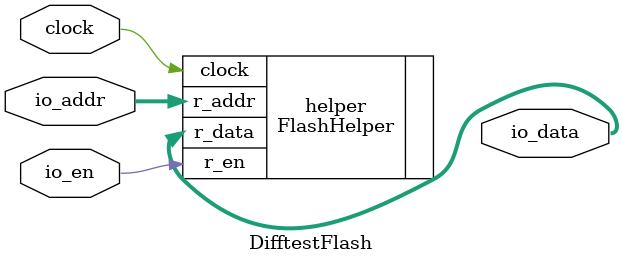
<source format=sv>
`ifndef RANDOMIZE
  `ifdef RANDOMIZE_MEM_INIT
    `define RANDOMIZE
  `endif // RANDOMIZE_MEM_INIT
`endif // not def RANDOMIZE
`ifndef RANDOMIZE
  `ifdef RANDOMIZE_REG_INIT
    `define RANDOMIZE
  `endif // RANDOMIZE_REG_INIT
`endif // not def RANDOMIZE

`ifndef RANDOM
  `define RANDOM $random
`endif // not def RANDOM

// Users can define INIT_RANDOM as general code that gets injected into the
// initializer block for modules with registers.
`ifndef INIT_RANDOM
  `define INIT_RANDOM
`endif // not def INIT_RANDOM

// If using random initialization, you can also define RANDOMIZE_DELAY to
// customize the delay used, otherwise 0.002 is used.
`ifndef RANDOMIZE_DELAY
  `define RANDOMIZE_DELAY 0.002
`endif // not def RANDOMIZE_DELAY

// Define INIT_RANDOM_PROLOG_ for use in our modules below.
`ifndef INIT_RANDOM_PROLOG_
  `ifdef RANDOMIZE
    `ifdef VERILATOR
      `define INIT_RANDOM_PROLOG_ `INIT_RANDOM
    `else  // VERILATOR
      `define INIT_RANDOM_PROLOG_ `INIT_RANDOM #`RANDOMIZE_DELAY begin end
    `endif // VERILATOR
  `else  // RANDOMIZE
    `define INIT_RANDOM_PROLOG_
  `endif // RANDOMIZE
`endif // not def INIT_RANDOM_PROLOG_

// Include register initializers in init blocks unless synthesis is set
`ifndef SYNTHESIS
  `ifndef ENABLE_INITIAL_REG_
    `define ENABLE_INITIAL_REG_
  `endif // not def ENABLE_INITIAL_REG_
`endif // not def SYNTHESIS

// Include rmemory initializers in init blocks unless synthesis is set
`ifndef SYNTHESIS
  `ifndef ENABLE_INITIAL_MEM_
    `define ENABLE_INITIAL_MEM_
  `endif // not def ENABLE_INITIAL_MEM_
`endif // not def SYNTHESIS

module DifftestFlash(
  input         clock,
  input         io_en,
  input  [31:0] io_addr,
  output [63:0] io_data
);

  FlashHelper helper (
    .clock  (clock),
    .r_en   (io_en),
    .r_addr (io_addr),
    .r_data (io_data)
  );
endmodule


</source>
